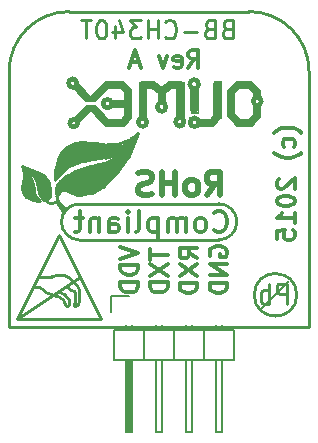
<source format=gbr>
G04 #@! TF.FileFunction,Legend,Bot*
%FSLAX46Y46*%
G04 Gerber Fmt 4.6, Leading zero omitted, Abs format (unit mm)*
G04 Created by KiCad (PCBNEW 0.201504281001+5628~23~ubuntu14.10.1-product) date Wed 29 Apr 2015 14:12:36 EEST*
%MOMM*%
G01*
G04 APERTURE LIST*
%ADD10C,0.100000*%
%ADD11C,0.300000*%
%ADD12C,0.254000*%
%ADD13C,0.150000*%
%ADD14C,0.700000*%
%ADD15C,0.400000*%
%ADD16C,0.500000*%
%ADD17C,0.200000*%
%ADD18C,0.508000*%
%ADD19C,0.350000*%
G04 APERTURE END LIST*
D10*
D11*
X174605000Y-114395787D02*
X174533571Y-114324359D01*
X174319286Y-114181502D01*
X174176429Y-114110073D01*
X173962143Y-114038644D01*
X173605000Y-113967216D01*
X173319286Y-113967216D01*
X172962143Y-114038644D01*
X172747857Y-114110073D01*
X172605000Y-114181502D01*
X172390714Y-114324359D01*
X172319286Y-114395787D01*
X173962143Y-115610073D02*
X174033571Y-115467216D01*
X174033571Y-115181502D01*
X173962143Y-115038644D01*
X173890714Y-114967216D01*
X173747857Y-114895787D01*
X173319286Y-114895787D01*
X173176429Y-114967216D01*
X173105000Y-115038644D01*
X173033571Y-115181502D01*
X173033571Y-115467216D01*
X173105000Y-115610073D01*
X174605000Y-116110073D02*
X174533571Y-116181501D01*
X174319286Y-116324358D01*
X174176429Y-116395787D01*
X173962143Y-116467216D01*
X173605000Y-116538644D01*
X173319286Y-116538644D01*
X172962143Y-116467216D01*
X172747857Y-116395787D01*
X172605000Y-116324358D01*
X172390714Y-116181501D01*
X172319286Y-116110073D01*
X172676429Y-118324358D02*
X172605000Y-118395787D01*
X172533571Y-118538644D01*
X172533571Y-118895787D01*
X172605000Y-119038644D01*
X172676429Y-119110073D01*
X172819286Y-119181501D01*
X172962143Y-119181501D01*
X173176429Y-119110073D01*
X174033571Y-118252930D01*
X174033571Y-119181501D01*
X172533571Y-120110072D02*
X172533571Y-120252929D01*
X172605000Y-120395786D01*
X172676429Y-120467215D01*
X172819286Y-120538644D01*
X173105000Y-120610072D01*
X173462143Y-120610072D01*
X173747857Y-120538644D01*
X173890714Y-120467215D01*
X173962143Y-120395786D01*
X174033571Y-120252929D01*
X174033571Y-120110072D01*
X173962143Y-119967215D01*
X173890714Y-119895786D01*
X173747857Y-119824358D01*
X173462143Y-119752929D01*
X173105000Y-119752929D01*
X172819286Y-119824358D01*
X172676429Y-119895786D01*
X172605000Y-119967215D01*
X172533571Y-120110072D01*
X174033571Y-122038643D02*
X174033571Y-121181500D01*
X174033571Y-121610072D02*
X172533571Y-121610072D01*
X172747857Y-121467215D01*
X172890714Y-121324357D01*
X172962143Y-121181500D01*
X172533571Y-123395786D02*
X172533571Y-122681500D01*
X173247857Y-122610071D01*
X173176429Y-122681500D01*
X173105000Y-122824357D01*
X173105000Y-123181500D01*
X173176429Y-123324357D01*
X173247857Y-123395786D01*
X173390714Y-123467214D01*
X173747857Y-123467214D01*
X173890714Y-123395786D01*
X173962143Y-123324357D01*
X174033571Y-123181500D01*
X174033571Y-122824357D01*
X173962143Y-122681500D01*
X173890714Y-122610071D01*
X165032285Y-108882571D02*
X165532285Y-108168286D01*
X165889428Y-108882571D02*
X165889428Y-107382571D01*
X165318000Y-107382571D01*
X165175142Y-107454000D01*
X165103714Y-107525429D01*
X165032285Y-107668286D01*
X165032285Y-107882571D01*
X165103714Y-108025429D01*
X165175142Y-108096857D01*
X165318000Y-108168286D01*
X165889428Y-108168286D01*
X163818000Y-108811143D02*
X163960857Y-108882571D01*
X164246571Y-108882571D01*
X164389428Y-108811143D01*
X164460857Y-108668286D01*
X164460857Y-108096857D01*
X164389428Y-107954000D01*
X164246571Y-107882571D01*
X163960857Y-107882571D01*
X163818000Y-107954000D01*
X163746571Y-108096857D01*
X163746571Y-108239714D01*
X164460857Y-108382571D01*
X163246571Y-107882571D02*
X162889428Y-108882571D01*
X162532286Y-107882571D01*
X160889429Y-108454000D02*
X160175143Y-108454000D01*
X161032286Y-108882571D02*
X160532286Y-107382571D01*
X160032286Y-108882571D01*
X161776671Y-124281643D02*
X161776671Y-125138786D01*
X163276671Y-124710215D02*
X161776671Y-124710215D01*
X161776671Y-125495929D02*
X163276671Y-126495929D01*
X161776671Y-126495929D02*
X163276671Y-125495929D01*
X163276671Y-127067357D02*
X161776671Y-127067357D01*
X161776671Y-127424500D01*
X161848100Y-127638785D01*
X161990957Y-127781643D01*
X162133814Y-127853071D01*
X162419529Y-127924500D01*
X162633814Y-127924500D01*
X162919529Y-127853071D01*
X163062386Y-127781643D01*
X163205243Y-127638785D01*
X163276671Y-127424500D01*
X163276671Y-127067357D01*
X165791271Y-125047501D02*
X165076986Y-124547501D01*
X165791271Y-124190358D02*
X164291271Y-124190358D01*
X164291271Y-124761786D01*
X164362700Y-124904644D01*
X164434129Y-124976072D01*
X164576986Y-125047501D01*
X164791271Y-125047501D01*
X164934129Y-124976072D01*
X165005557Y-124904644D01*
X165076986Y-124761786D01*
X165076986Y-124190358D01*
X164291271Y-125547501D02*
X165791271Y-126547501D01*
X164291271Y-126547501D02*
X165791271Y-125547501D01*
X165791271Y-127118929D02*
X164291271Y-127118929D01*
X164291271Y-127476072D01*
X164362700Y-127690357D01*
X164505557Y-127833215D01*
X164648414Y-127904643D01*
X164934129Y-127976072D01*
X165148414Y-127976072D01*
X165434129Y-127904643D01*
X165576986Y-127833215D01*
X165719843Y-127690357D01*
X165791271Y-127476072D01*
X165791271Y-127118929D01*
X166902700Y-124841143D02*
X166831271Y-124698286D01*
X166831271Y-124484000D01*
X166902700Y-124269715D01*
X167045557Y-124126857D01*
X167188414Y-124055429D01*
X167474129Y-123984000D01*
X167688414Y-123984000D01*
X167974129Y-124055429D01*
X168116986Y-124126857D01*
X168259843Y-124269715D01*
X168331271Y-124484000D01*
X168331271Y-124626857D01*
X168259843Y-124841143D01*
X168188414Y-124912572D01*
X167688414Y-124912572D01*
X167688414Y-124626857D01*
X168331271Y-125555429D02*
X166831271Y-125555429D01*
X168331271Y-126412572D01*
X166831271Y-126412572D01*
X168331271Y-127126858D02*
X166831271Y-127126858D01*
X166831271Y-127484001D01*
X166902700Y-127698286D01*
X167045557Y-127841144D01*
X167188414Y-127912572D01*
X167474129Y-127984001D01*
X167688414Y-127984001D01*
X167974129Y-127912572D01*
X168116986Y-127841144D01*
X168259843Y-127698286D01*
X168331271Y-127484001D01*
X168331271Y-127126858D01*
X159287471Y-124060200D02*
X160787471Y-124560200D01*
X159287471Y-125060200D01*
X160787471Y-125560200D02*
X159287471Y-125560200D01*
X159287471Y-125917343D01*
X159358900Y-126131628D01*
X159501757Y-126274486D01*
X159644614Y-126345914D01*
X159930329Y-126417343D01*
X160144614Y-126417343D01*
X160430329Y-126345914D01*
X160573186Y-126274486D01*
X160716043Y-126131628D01*
X160787471Y-125917343D01*
X160787471Y-125560200D01*
X160787471Y-127060200D02*
X159287471Y-127060200D01*
X159287471Y-127417343D01*
X159358900Y-127631628D01*
X159501757Y-127774486D01*
X159644614Y-127845914D01*
X159930329Y-127917343D01*
X160144614Y-127917343D01*
X160430329Y-127845914D01*
X160573186Y-127774486D01*
X160716043Y-127631628D01*
X160787471Y-127417343D01*
X160787471Y-127060200D01*
D12*
X175260000Y-111760000D02*
X175260000Y-109220000D01*
X149860000Y-109220000D02*
X149860000Y-111760000D01*
X168299795Y-105618643D02*
X168085709Y-105691214D01*
X168014348Y-105763786D01*
X167942986Y-105908929D01*
X167942986Y-106126643D01*
X168014348Y-106271786D01*
X168085709Y-106344357D01*
X168228433Y-106416929D01*
X168799328Y-106416929D01*
X168799328Y-104892929D01*
X168299795Y-104892929D01*
X168157071Y-104965500D01*
X168085709Y-105038071D01*
X168014348Y-105183214D01*
X168014348Y-105328357D01*
X168085709Y-105473500D01*
X168157071Y-105546071D01*
X168299795Y-105618643D01*
X168799328Y-105618643D01*
X166801195Y-105618643D02*
X166587109Y-105691214D01*
X166515748Y-105763786D01*
X166444386Y-105908929D01*
X166444386Y-106126643D01*
X166515748Y-106271786D01*
X166587109Y-106344357D01*
X166729833Y-106416929D01*
X167300728Y-106416929D01*
X167300728Y-104892929D01*
X166801195Y-104892929D01*
X166658471Y-104965500D01*
X166587109Y-105038071D01*
X166515748Y-105183214D01*
X166515748Y-105328357D01*
X166587109Y-105473500D01*
X166658471Y-105546071D01*
X166801195Y-105618643D01*
X167300728Y-105618643D01*
X165802128Y-105836357D02*
X164660338Y-105836357D01*
X163090376Y-106271786D02*
X163161738Y-106344357D01*
X163375823Y-106416929D01*
X163518547Y-106416929D01*
X163732633Y-106344357D01*
X163875357Y-106199214D01*
X163946718Y-106054071D01*
X164018080Y-105763786D01*
X164018080Y-105546071D01*
X163946718Y-105255786D01*
X163875357Y-105110643D01*
X163732633Y-104965500D01*
X163518547Y-104892929D01*
X163375823Y-104892929D01*
X163161738Y-104965500D01*
X163090376Y-105038071D01*
X162448118Y-106416929D02*
X162448118Y-104892929D01*
X162448118Y-105618643D02*
X161591776Y-105618643D01*
X161591776Y-106416929D02*
X161591776Y-104892929D01*
X161020880Y-104892929D02*
X160093176Y-104892929D01*
X160592709Y-105473500D01*
X160378623Y-105473500D01*
X160235899Y-105546071D01*
X160164537Y-105618643D01*
X160093176Y-105763786D01*
X160093176Y-106126643D01*
X160164537Y-106271786D01*
X160235899Y-106344357D01*
X160378623Y-106416929D01*
X160806795Y-106416929D01*
X160949518Y-106344357D01*
X161020880Y-106271786D01*
X158808661Y-105400929D02*
X158808661Y-106416929D01*
X159165471Y-104820357D02*
X159522280Y-105908929D01*
X158594576Y-105908929D01*
X157738233Y-104892929D02*
X157595509Y-104892929D01*
X157452785Y-104965500D01*
X157381423Y-105038071D01*
X157310061Y-105183214D01*
X157238700Y-105473500D01*
X157238700Y-105836357D01*
X157310061Y-106126643D01*
X157381423Y-106271786D01*
X157452785Y-106344357D01*
X157595509Y-106416929D01*
X157738233Y-106416929D01*
X157880957Y-106344357D01*
X157952319Y-106271786D01*
X158023680Y-106126643D01*
X158095042Y-105836357D01*
X158095042Y-105473500D01*
X158023680Y-105183214D01*
X157952319Y-105038071D01*
X157880957Y-104965500D01*
X157738233Y-104892929D01*
X156810528Y-104892929D02*
X155954185Y-104892929D01*
X156382357Y-106416929D02*
X156382357Y-104892929D01*
X175260000Y-109220000D02*
G75*
G03X170180000Y-104140000I-5080000J0D01*
G01*
X154940000Y-104140000D02*
G75*
G03X149860000Y-109220000I0J-5080000D01*
G01*
X154940000Y-104140000D02*
X170180000Y-104140000D01*
X149860000Y-130810000D02*
X149860000Y-129540000D01*
X175260000Y-130810000D02*
X175260000Y-129540000D01*
X149860000Y-130810000D02*
X175260000Y-130810000D01*
X149860000Y-111760000D02*
X149860000Y-129540000D01*
X175260000Y-129540000D02*
X175260000Y-111760000D01*
D13*
X158470000Y-128240000D02*
X160020000Y-128240000D01*
X158470000Y-129540000D02*
X158470000Y-128240000D01*
X159893000Y-133731000D02*
X159893000Y-139573000D01*
X159893000Y-139573000D02*
X160147000Y-139573000D01*
X160147000Y-139573000D02*
X160147000Y-133731000D01*
X160147000Y-133731000D02*
X160020000Y-133731000D01*
X160020000Y-133731000D02*
X160020000Y-139573000D01*
X159766000Y-131064000D02*
X159766000Y-130683000D01*
X160274000Y-131064000D02*
X160274000Y-130683000D01*
X162306000Y-131064000D02*
X162306000Y-130683000D01*
X162814000Y-131064000D02*
X162814000Y-130683000D01*
X164846000Y-131064000D02*
X164846000Y-130683000D01*
X165354000Y-131064000D02*
X165354000Y-130683000D01*
X167894000Y-131064000D02*
X167894000Y-130683000D01*
X167386000Y-131064000D02*
X167386000Y-130683000D01*
X158750000Y-131064000D02*
X158750000Y-133604000D01*
X161290000Y-131064000D02*
X161290000Y-133604000D01*
X161290000Y-131064000D02*
X163830000Y-131064000D01*
X163830000Y-131064000D02*
X163830000Y-133604000D01*
X162306000Y-133604000D02*
X162306000Y-139700000D01*
X162306000Y-139700000D02*
X162814000Y-139700000D01*
X162814000Y-139700000D02*
X162814000Y-133604000D01*
X163830000Y-133604000D02*
X161290000Y-133604000D01*
X161290000Y-133604000D02*
X158750000Y-133604000D01*
X160274000Y-139700000D02*
X160274000Y-133604000D01*
X159766000Y-139700000D02*
X160274000Y-139700000D01*
X159766000Y-133604000D02*
X159766000Y-139700000D01*
X161290000Y-131064000D02*
X161290000Y-133604000D01*
X158750000Y-131064000D02*
X161290000Y-131064000D01*
X166370000Y-131064000D02*
X166370000Y-133604000D01*
X166370000Y-131064000D02*
X168910000Y-131064000D01*
X168910000Y-131064000D02*
X168910000Y-133604000D01*
X167386000Y-133604000D02*
X167386000Y-139700000D01*
X167386000Y-139700000D02*
X167894000Y-139700000D01*
X167894000Y-139700000D02*
X167894000Y-133604000D01*
X168910000Y-133604000D02*
X166370000Y-133604000D01*
X166370000Y-133604000D02*
X163830000Y-133604000D01*
X165354000Y-139700000D02*
X165354000Y-133604000D01*
X164846000Y-139700000D02*
X165354000Y-139700000D01*
X164846000Y-133604000D02*
X164846000Y-139700000D01*
X166370000Y-131064000D02*
X166370000Y-133604000D01*
X163830000Y-131064000D02*
X166370000Y-131064000D01*
X163830000Y-131064000D02*
X163830000Y-133604000D01*
D10*
X159461200Y-110032800D02*
X158089600Y-110032800D01*
X158089600Y-110032800D02*
X158038800Y-110032800D01*
X158038800Y-110032800D02*
X156781500Y-111277400D01*
X160985200Y-110147100D02*
X160883600Y-110147100D01*
X160832800Y-110083600D02*
X160832800Y-110070900D01*
X160832800Y-110070900D02*
X162128200Y-110070900D01*
X162128200Y-110070900D02*
X162153600Y-110070900D01*
X162153600Y-110070900D02*
X162775900Y-110566200D01*
X160832800Y-113093500D02*
X160832800Y-110083600D01*
X164490400Y-110134400D02*
X164566600Y-110134400D01*
X164642800Y-110070900D02*
X163398200Y-110070900D01*
X163398200Y-110070900D02*
X162814000Y-110553500D01*
X164642800Y-113068100D02*
X164642800Y-110083600D01*
X165379400Y-112661700D02*
X165290500Y-112661700D01*
X165722300Y-112661700D02*
X165785800Y-112661700D01*
X165862000Y-112725200D02*
X165252400Y-112725200D01*
X165252400Y-112725200D02*
X165227000Y-112725200D01*
X165227000Y-112725200D02*
X165227000Y-110705900D01*
X165862000Y-110705900D02*
X165862000Y-112725200D01*
X167360600Y-110096300D02*
X167246300Y-110096300D01*
X167487600Y-110020100D02*
X167182800Y-110020100D01*
X167182800Y-110020100D02*
X167182800Y-113055400D01*
X167665400Y-110109000D02*
X167728900Y-110096300D01*
X167779700Y-110020100D02*
X167792400Y-110020100D01*
X167792400Y-110020100D02*
X167805100Y-110020100D01*
X167805100Y-110020100D02*
X167805100Y-113169700D01*
X167500300Y-110020100D02*
X167779700Y-110020100D01*
D14*
X167500300Y-113093500D02*
X167500300Y-110363000D01*
X161163000Y-110375700D02*
X161163000Y-112979200D01*
X169278300Y-110363000D02*
X170281600Y-110363000D01*
X168656000Y-110972600D02*
X168656000Y-112903000D01*
X170878500Y-111010700D02*
X170878500Y-111252000D01*
X170878500Y-112979200D02*
X170294300Y-113550700D01*
X170865800Y-112991900D02*
X170865800Y-112229900D01*
X170307000Y-113550700D02*
X169265600Y-113550700D01*
D15*
X158538159Y-111937800D02*
G75*
G03X158538159Y-111937800I-359659J0D01*
G01*
D14*
X158686500Y-111937800D02*
X159905700Y-111937800D01*
D15*
X155604235Y-110197900D02*
G75*
G03X155604235Y-110197900I-359435J0D01*
G01*
D14*
X155613100Y-110553500D02*
X156476700Y-111447200D01*
D16*
X157035500Y-111544100D02*
X156476700Y-111544100D01*
D14*
X158153100Y-110363000D02*
X157060900Y-111429800D01*
X159375000Y-110363000D02*
X158153100Y-110363000D01*
X159905700Y-110845600D02*
X159423100Y-110337600D01*
X159905700Y-110871000D02*
X159905700Y-113106200D01*
X159905700Y-113106200D02*
X159473900Y-113538000D01*
X159473900Y-113538000D02*
X158153100Y-113538000D01*
X158153100Y-113538000D02*
X157010100Y-112420400D01*
D16*
X157010100Y-112318800D02*
X156476700Y-112318800D01*
D14*
X155663900Y-113233200D02*
X156502100Y-112420400D01*
D15*
X155663166Y-113588800D02*
G75*
G03X155663166Y-113588800I-329466J0D01*
G01*
X161526229Y-113499900D02*
G75*
G03X161526229Y-113499900I-363229J0D01*
G01*
D14*
X162064700Y-110388400D02*
X161175700Y-110388400D01*
D15*
X163146818Y-112217200D02*
G75*
G03X163146818Y-112217200I-370918J0D01*
G01*
D14*
X162699700Y-110896400D02*
X162064700Y-110388400D01*
X162775900Y-111683800D02*
X162775900Y-110972600D01*
X163487100Y-110388400D02*
X162877500Y-110896400D01*
X164325300Y-110388400D02*
X163487100Y-110388400D01*
X164325300Y-112979200D02*
X164325300Y-110388400D01*
D15*
X164672259Y-113487200D02*
G75*
G03X164672259Y-113487200I-359659J0D01*
G01*
X165905318Y-110286800D02*
G75*
G03X165905318Y-110286800I-373518J0D01*
G01*
D14*
X165544500Y-110820200D02*
X165544500Y-112420400D01*
D15*
X165910824Y-113512600D02*
G75*
G03X165910824Y-113512600I-366324J0D01*
G01*
D14*
X166057300Y-113538000D02*
X167043100Y-113538000D01*
X167043100Y-113538000D02*
X167500300Y-113080800D01*
X168668700Y-112941100D02*
X169227500Y-113525300D01*
X169278300Y-110375700D02*
X168643300Y-110985300D01*
X170878500Y-110959900D02*
X170370500Y-110451900D01*
D15*
X171203247Y-111734600D02*
G75*
G03X171203247Y-111734600I-337447J0D01*
G01*
D17*
X173575980Y-126956820D02*
X171142660Y-129377440D01*
D12*
X174217437Y-128120140D02*
G75*
G03X174217437Y-128120140I-1802237J0D01*
G01*
X154101800Y-123037600D02*
X157657800Y-130149600D01*
X157657800Y-130149600D02*
X150545800Y-130149600D01*
X150545800Y-130149600D02*
X151879300Y-127482600D01*
X151879300Y-127482600D02*
X152323800Y-126593600D01*
X152323800Y-126593600D02*
X154101800Y-123037600D01*
X155879800Y-126657100D02*
X150545800Y-130149600D01*
X153504900Y-126593600D02*
X152323800Y-126593600D01*
X151879300Y-127482600D02*
X152196800Y-127482600D01*
X154863800Y-129070100D02*
X154711400Y-129070100D01*
X155816300Y-127673100D02*
X155816300Y-128752600D01*
X155371800Y-129070100D02*
X155371800Y-128943100D01*
X155435300Y-128879600D02*
X155435300Y-127863600D01*
X155435300Y-128879600D02*
X155498800Y-128879600D01*
X153721521Y-126530278D02*
G75*
G02X155308300Y-127038100I466639J-1274902D01*
G01*
X153720715Y-126531714D02*
G75*
G02X153504900Y-126593600I-182795J230214D01*
G01*
X152196101Y-127483074D02*
G75*
G02X152704800Y-127673100I64199J-604046D01*
G01*
X153527261Y-128119176D02*
G75*
G02X152704800Y-127673100I147819J1253796D01*
G01*
X154039508Y-127864766D02*
G75*
G02X154990800Y-128625600I-285688J-1332334D01*
G01*
X154101715Y-128309565D02*
G75*
G02X154673300Y-129070100I-284395J-808795D01*
G01*
X153662075Y-128182093D02*
G75*
G02X154101800Y-128308100I-825195J-3709947D01*
G01*
X154990767Y-128943200D02*
G75*
G02X154863800Y-129070100I-190467J63600D01*
G01*
X154989868Y-128626274D02*
G75*
G02X154990800Y-128943100I-316568J-159346D01*
G01*
X155433735Y-127865445D02*
G75*
G02X154736800Y-127419100I153965J1007685D01*
G01*
X155624349Y-127355742D02*
G75*
G02X155308300Y-127038100I478971J792622D01*
G01*
X155626848Y-127357175D02*
G75*
G02X155816300Y-127673100I-168688J-315925D01*
G01*
X155816300Y-128752600D02*
G75*
G02X155435300Y-129133600I-381000J0D01*
G01*
X155432871Y-129136145D02*
G75*
G02X155371800Y-129070100I2429J63505D01*
G01*
X155371800Y-128943100D02*
G75*
G02X155435300Y-128879600I63500J0D01*
G01*
X155498800Y-128879600D02*
G75*
G02X155625800Y-129006600I0J-127000D01*
G01*
X155816300Y-120421400D02*
X167627300Y-120421400D01*
X167627300Y-123469400D02*
X155816300Y-123469400D01*
X154960320Y-119438420D02*
X154906980Y-119385080D01*
X154188160Y-119385080D02*
X153911300Y-119659400D01*
X160769300Y-114452400D02*
X159903160Y-116568220D01*
X157919420Y-118955820D02*
X157883860Y-118991380D01*
X156014420Y-119659400D02*
X155498800Y-119659400D01*
X160769300Y-114452400D02*
X159908240Y-115072160D01*
X158191200Y-115409980D02*
X156042360Y-115214400D01*
X153992580Y-116730780D02*
X153845260Y-117330220D01*
X153786840Y-118008400D02*
X153786840Y-118389400D01*
X153888440Y-119613680D02*
X153911300Y-119659400D01*
X154546300Y-120929400D02*
X154360880Y-120743980D01*
X159374840Y-116103400D02*
X159092900Y-116451380D01*
X157065980Y-117203220D02*
X156756100Y-117264180D01*
X154200860Y-118534180D02*
X154030680Y-118722140D01*
X153786840Y-118389400D02*
X153789380Y-118386860D01*
X154846020Y-117314980D02*
X154853640Y-117309900D01*
X156121100Y-116806980D02*
X156639260Y-116733320D01*
X157988000Y-116517420D02*
X159374840Y-116103400D01*
X154546300Y-121056400D02*
X154038300Y-120294400D01*
X153911300Y-119832120D02*
X153911300Y-119786400D01*
X154673300Y-120929400D02*
X154183080Y-120439180D01*
X153911300Y-120167400D02*
X153807160Y-120274080D01*
X153156920Y-120302020D02*
X153022300Y-120167400D01*
X153022300Y-120167400D02*
X153319480Y-119748300D01*
X153202640Y-118546880D02*
X153149300Y-118452900D01*
X152427940Y-117807740D02*
X152006300Y-117627400D01*
X152006300Y-117627400D02*
X150990300Y-117246400D01*
X150990300Y-117246400D02*
X151124920Y-117784880D01*
X151305260Y-119847360D02*
X151328120Y-119870220D01*
X152107900Y-120167400D02*
X152463500Y-120167400D01*
X153009600Y-120167400D02*
X153022300Y-120167400D01*
X151930100Y-118976140D02*
X151955500Y-119367300D01*
X160388300Y-114960400D02*
X159374840Y-115597940D01*
D18*
X159374840Y-115597940D02*
X158229300Y-115597940D01*
X158229300Y-115597940D02*
X157213300Y-115468400D01*
X157213300Y-115468400D02*
X155562300Y-115468400D01*
X155562300Y-115468400D02*
X154927300Y-115849400D01*
X154927300Y-115849400D02*
X154419300Y-116357400D01*
X154419300Y-116357400D02*
X154165300Y-116865400D01*
X154165300Y-116865400D02*
X154038300Y-117881400D01*
X154038300Y-117881400D02*
X154546300Y-117246400D01*
X154546300Y-117246400D02*
X155181300Y-116865400D01*
X155181300Y-116865400D02*
X154927300Y-116357400D01*
X154927300Y-116357400D02*
X154546300Y-116865400D01*
X155308300Y-116865400D02*
X155943300Y-116484400D01*
X155943300Y-116484400D02*
X156451300Y-116484400D01*
X156451300Y-116484400D02*
X156578300Y-116484400D01*
X156578300Y-116484400D02*
X157721300Y-116357400D01*
X157721300Y-116357400D02*
X158991300Y-115976400D01*
X158991300Y-115976400D02*
X159499300Y-115849400D01*
X159499300Y-115849400D02*
X154927300Y-115849400D01*
X154927300Y-115849400D02*
X154927300Y-116103400D01*
X154927300Y-116357400D02*
X154927300Y-116103400D01*
X154927300Y-116103400D02*
X159880300Y-116027200D01*
X154800300Y-116484400D02*
X156451300Y-116484400D01*
X160388300Y-114960400D02*
X159880300Y-115849400D01*
X159880300Y-115849400D02*
X159753300Y-116357400D01*
X159753300Y-116357400D02*
X159374840Y-116865400D01*
X159374840Y-116865400D02*
X159374840Y-116484400D01*
X159374840Y-116484400D02*
X159753300Y-115597940D01*
X159245300Y-116992400D02*
X158864300Y-117500400D01*
X158864300Y-117500400D02*
X158610300Y-117881400D01*
X158610300Y-117881400D02*
X157721300Y-118770400D01*
X157721300Y-118770400D02*
X157213300Y-119151400D01*
X157213300Y-119151400D02*
X156324300Y-119405400D01*
X156324300Y-119405400D02*
X155435300Y-119405400D01*
X155435300Y-119405400D02*
X154673300Y-118897400D01*
X154673300Y-118897400D02*
X154292300Y-119024400D01*
X154292300Y-119024400D02*
X154038300Y-119278400D01*
X154038300Y-119278400D02*
X154292300Y-118770400D01*
X154292300Y-118770400D02*
X154800300Y-118262400D01*
X154800300Y-118262400D02*
X155486100Y-117856000D01*
X155486100Y-117856000D02*
X156883100Y-117373400D01*
X156883100Y-117373400D02*
X157492700Y-117373400D01*
X157492700Y-117373400D02*
X158229300Y-117119400D01*
X158229300Y-117119400D02*
X158991300Y-116738400D01*
X158864300Y-117119400D02*
X158102300Y-117754400D01*
X158102300Y-117754400D02*
X157975300Y-117627400D01*
X157975300Y-117627400D02*
X157848300Y-117627400D01*
X157848300Y-117627400D02*
X156705300Y-117754400D01*
X156705300Y-117754400D02*
X155689300Y-118008400D01*
X155689300Y-118008400D02*
X155054300Y-118516400D01*
X155054300Y-118516400D02*
X154927300Y-118643400D01*
X154927300Y-118643400D02*
X155054300Y-118897400D01*
X155054300Y-118897400D02*
X155308300Y-118897400D01*
X155308300Y-118897400D02*
X155689300Y-119024400D01*
X155689300Y-119024400D02*
X156324300Y-119024400D01*
X156324300Y-119024400D02*
X156705300Y-118897400D01*
X156705300Y-118897400D02*
X157213300Y-118770400D01*
X157213300Y-118770400D02*
X157848300Y-118262400D01*
X157848300Y-118262400D02*
X157975300Y-118135400D01*
X157975300Y-118135400D02*
X157848300Y-118008400D01*
X157848300Y-118008400D02*
X157340300Y-118008400D01*
X157340300Y-118008400D02*
X156324300Y-118262400D01*
X156324300Y-118262400D02*
X156070300Y-118262400D01*
X156070300Y-118262400D02*
X155562300Y-118516400D01*
X155562300Y-118516400D02*
X155562300Y-118643400D01*
X155562300Y-118643400D02*
X155689300Y-118770400D01*
X155689300Y-118770400D02*
X156070300Y-118643400D01*
X156070300Y-118643400D02*
X157340300Y-118389400D01*
D12*
X152720040Y-120042940D02*
X152747980Y-120070880D01*
X152336500Y-118973600D02*
X152336500Y-118965980D01*
X153276300Y-119428260D02*
X153276300Y-119405400D01*
X153276300Y-119405400D02*
X153276300Y-119151400D01*
X153276300Y-119151400D02*
X153149300Y-119151400D01*
X153149300Y-119151400D02*
X153022300Y-119151400D01*
X153022300Y-119151400D02*
X153022300Y-119786400D01*
X153149300Y-119151400D02*
X153149300Y-119278400D01*
X153149300Y-119278400D02*
X153149300Y-119659400D01*
X153149300Y-119659400D02*
X153149300Y-119786400D01*
X153149300Y-119786400D02*
X153149300Y-119913400D01*
X153022300Y-119151400D02*
X152641300Y-119151400D01*
X152641300Y-119151400D02*
X152387300Y-119151400D01*
X152387300Y-119151400D02*
X152895300Y-120040400D01*
X152641300Y-119151400D02*
X152641300Y-119659400D01*
X153149300Y-119278400D02*
X152514300Y-119278400D01*
X153276300Y-119405400D02*
X152514300Y-119405400D01*
X153276300Y-119532400D02*
X152514300Y-119532400D01*
X153149300Y-119659400D02*
X152514300Y-119659400D01*
X153149300Y-119786400D02*
X152641300Y-119786400D01*
X152387300Y-119024400D02*
X153276300Y-119024400D01*
X152387300Y-118897400D02*
X153276300Y-118897400D01*
X152387300Y-118770400D02*
X153149300Y-118770400D01*
X152387300Y-118643400D02*
X153149300Y-118643400D01*
X152260300Y-118516400D02*
X153149300Y-118516400D01*
X152260300Y-118389400D02*
X153022300Y-118389400D01*
X152133300Y-118262400D02*
X152895300Y-118262400D01*
X152133300Y-118135400D02*
X152768300Y-118135400D01*
X152006300Y-118008400D02*
X152514300Y-118008400D01*
X151244300Y-117881400D02*
X151371300Y-117881400D01*
X151371300Y-117881400D02*
X151498300Y-117881400D01*
X151498300Y-117881400D02*
X152387300Y-117881400D01*
X152006300Y-117754400D02*
X151244300Y-117754400D01*
X151752300Y-117627400D02*
X151117300Y-117627400D01*
X151625300Y-117500400D02*
X151117300Y-117500400D01*
X151498300Y-117881400D02*
X151498300Y-118389400D01*
X151371300Y-117881400D02*
X151371300Y-118389400D01*
X151752300Y-118389400D02*
X151244300Y-118389400D01*
X151752300Y-118516400D02*
X151244300Y-118516400D01*
X151879300Y-118643400D02*
X151244300Y-118643400D01*
X151879300Y-118770400D02*
X151117300Y-118770400D01*
X151879300Y-118897400D02*
X151117300Y-118897400D01*
X151879300Y-119024400D02*
X151117300Y-119024400D01*
X151879300Y-119151400D02*
X151117300Y-119151400D01*
X151879300Y-119278400D02*
X151117300Y-119278400D01*
X151879300Y-119405400D02*
X151117300Y-119405400D01*
X151955500Y-119532400D02*
X151117300Y-119532400D01*
X152006300Y-119659400D02*
X151244300Y-119659400D01*
X152006300Y-119786400D02*
X151371300Y-119786400D01*
X152133300Y-119913400D02*
X151498300Y-119913400D01*
X152260300Y-120040400D02*
X151752300Y-120040400D01*
X154292300Y-121945400D02*
G75*
G02X155816300Y-120421400I1524000J0D01*
G01*
X167627300Y-120421400D02*
G75*
G02X169151300Y-121945400I0J-1524000D01*
G01*
X169151300Y-121945400D02*
G75*
G02X167627300Y-123469400I-1524000J0D01*
G01*
X155816300Y-123469400D02*
G75*
G02X154292300Y-121945400I0J1524000D01*
G01*
X155498800Y-119661466D02*
G75*
G02X154960320Y-119438420I0J761526D01*
G01*
X154188160Y-119382540D02*
G75*
G02X154906980Y-119385080I358140J-360680D01*
G01*
X159900764Y-116573847D02*
G75*
G02X157919420Y-118955820I-8344044J4925607D01*
G01*
X157880233Y-118993413D02*
G75*
G02X156014420Y-119659400I-1738813J1924813D01*
G01*
X159906252Y-115069922D02*
G75*
G02X158191200Y-115409980I-1268012J1900222D01*
G01*
X153992036Y-116726985D02*
G75*
G02X156042360Y-115214400I2144304J-760715D01*
G01*
X153785060Y-118007643D02*
G75*
G02X153845260Y-117330220I3049780J70363D01*
G01*
X154358849Y-120744959D02*
G75*
G02X153911300Y-119659400I1086611J1083019D01*
G01*
X159092841Y-116453178D02*
G75*
G02X157065980Y-117203220I-2631381J3997218D01*
G01*
X154201773Y-118533556D02*
G75*
G02X156756100Y-117264180I3654147J-4148444D01*
G01*
X153910455Y-119659469D02*
G75*
G02X154030680Y-118722140I762845J378529D01*
G01*
X153790941Y-118385165D02*
G75*
G02X154846020Y-117314980I3831299J-2722035D01*
G01*
X154857430Y-117307334D02*
G75*
G02X156121100Y-116806980I2134890J-3545866D01*
G01*
X157981679Y-116517586D02*
G75*
G02X156639260Y-116733320I-1812319J6992786D01*
G01*
X154417278Y-121056680D02*
G75*
G02X153911300Y-119832120I1228842J1224560D01*
G01*
X154179558Y-120439110D02*
G75*
G02X153911300Y-119786400I653762J650170D01*
G01*
X153806434Y-120273354D02*
G75*
G02X153449020Y-120421400I-357414J357414D01*
G01*
X153449020Y-120423012D02*
G75*
G02X153156920Y-120302020I0J413092D01*
G01*
X153405174Y-119304301D02*
G75*
G02X153319480Y-119748300I-1195674J501D01*
G01*
X153203094Y-118548721D02*
G75*
G02X153403300Y-119303800I-1323794J-755079D01*
G01*
X152427300Y-117808911D02*
G75*
G02X153149300Y-118452900I-601340J-1400909D01*
G01*
X151125448Y-117787536D02*
G75*
G02X151061420Y-118722140I-1478808J-368184D01*
G01*
X150990583Y-119090887D02*
G75*
G02X151061420Y-118722140I992857J447D01*
G01*
X151304246Y-119848374D02*
G75*
G02X150990300Y-119090440I757934J757934D01*
G01*
X151907797Y-120143853D02*
G75*
G02X151328120Y-119870220I205183J1185493D01*
G01*
X152109227Y-120168703D02*
G75*
G02X151909780Y-120144540I-1327J824263D01*
G01*
X151576095Y-118028466D02*
G75*
G02X151930100Y-119019320I-1408755J-1061974D01*
G01*
X152457640Y-120163013D02*
G75*
G02X151955500Y-119367300I709440J1003993D01*
G01*
X153024088Y-120169191D02*
G75*
G02X152720040Y-120042940I752J431051D01*
G01*
X152746640Y-120070446D02*
G75*
G02X152336500Y-118973600I1118940J1043506D01*
G01*
X151829320Y-117934580D02*
G75*
G02X152336500Y-118965980I-991420J-1127920D01*
G01*
X153275856Y-119429771D02*
G75*
G02X153022300Y-120040400I-865696J1511D01*
G01*
D13*
D12*
X173369788Y-128868868D02*
X173369788Y-127168868D01*
X172798360Y-127168868D01*
X172655502Y-127249820D01*
X172584074Y-127330772D01*
X172512645Y-127492677D01*
X172512645Y-127735534D01*
X172584074Y-127897439D01*
X172655502Y-127978391D01*
X172798360Y-128059344D01*
X173369788Y-128059344D01*
X171869788Y-128868868D02*
X171869788Y-127168868D01*
X171869788Y-127816487D02*
X171726931Y-127735534D01*
X171441217Y-127735534D01*
X171298360Y-127816487D01*
X171226931Y-127897439D01*
X171155502Y-128059344D01*
X171155502Y-128545058D01*
X171226931Y-128706963D01*
X171298360Y-128787915D01*
X171441217Y-128868868D01*
X171726931Y-128868868D01*
X171869788Y-128787915D01*
D16*
X166605934Y-119695482D02*
X167272601Y-118743101D01*
X167748792Y-119695482D02*
X167748792Y-117695482D01*
X166986887Y-117695482D01*
X166796411Y-117790720D01*
X166701172Y-117885958D01*
X166605934Y-118076434D01*
X166605934Y-118362149D01*
X166701172Y-118552625D01*
X166796411Y-118647863D01*
X166986887Y-118743101D01*
X167748792Y-118743101D01*
X165463077Y-119695482D02*
X165653553Y-119600244D01*
X165748792Y-119505006D01*
X165844030Y-119314530D01*
X165844030Y-118743101D01*
X165748792Y-118552625D01*
X165653553Y-118457387D01*
X165463077Y-118362149D01*
X165177363Y-118362149D01*
X164986887Y-118457387D01*
X164891649Y-118552625D01*
X164796411Y-118743101D01*
X164796411Y-119314530D01*
X164891649Y-119505006D01*
X164986887Y-119600244D01*
X165177363Y-119695482D01*
X165463077Y-119695482D01*
X163939268Y-119695482D02*
X163939268Y-117695482D01*
X163939268Y-118647863D02*
X162796410Y-118647863D01*
X162796410Y-119695482D02*
X162796410Y-117695482D01*
X161939268Y-119600244D02*
X161653553Y-119695482D01*
X161177363Y-119695482D01*
X160986887Y-119600244D01*
X160891649Y-119505006D01*
X160796410Y-119314530D01*
X160796410Y-119124053D01*
X160891649Y-118933577D01*
X160986887Y-118838339D01*
X161177363Y-118743101D01*
X161558315Y-118647863D01*
X161748791Y-118552625D01*
X161844030Y-118457387D01*
X161939268Y-118266910D01*
X161939268Y-118076434D01*
X161844030Y-117885958D01*
X161748791Y-117790720D01*
X161558315Y-117695482D01*
X161082125Y-117695482D01*
X160796410Y-117790720D01*
D19*
X167184494Y-122631200D02*
X167269160Y-122715867D01*
X167523160Y-122800533D01*
X167692494Y-122800533D01*
X167946494Y-122715867D01*
X168115827Y-122546533D01*
X168200494Y-122377200D01*
X168285160Y-122038533D01*
X168285160Y-121784533D01*
X168200494Y-121445867D01*
X168115827Y-121276533D01*
X167946494Y-121107200D01*
X167692494Y-121022533D01*
X167523160Y-121022533D01*
X167269160Y-121107200D01*
X167184494Y-121191867D01*
X166168494Y-122800533D02*
X166337827Y-122715867D01*
X166422494Y-122631200D01*
X166507160Y-122461867D01*
X166507160Y-121953867D01*
X166422494Y-121784533D01*
X166337827Y-121699867D01*
X166168494Y-121615200D01*
X165914494Y-121615200D01*
X165745160Y-121699867D01*
X165660494Y-121784533D01*
X165575827Y-121953867D01*
X165575827Y-122461867D01*
X165660494Y-122631200D01*
X165745160Y-122715867D01*
X165914494Y-122800533D01*
X166168494Y-122800533D01*
X164813827Y-122800533D02*
X164813827Y-121615200D01*
X164813827Y-121784533D02*
X164729160Y-121699867D01*
X164559827Y-121615200D01*
X164305827Y-121615200D01*
X164136493Y-121699867D01*
X164051827Y-121869200D01*
X164051827Y-122800533D01*
X164051827Y-121869200D02*
X163967160Y-121699867D01*
X163797827Y-121615200D01*
X163543827Y-121615200D01*
X163374493Y-121699867D01*
X163289827Y-121869200D01*
X163289827Y-122800533D01*
X162443160Y-121615200D02*
X162443160Y-123393200D01*
X162443160Y-121699867D02*
X162273826Y-121615200D01*
X161935160Y-121615200D01*
X161765826Y-121699867D01*
X161681160Y-121784533D01*
X161596493Y-121953867D01*
X161596493Y-122461867D01*
X161681160Y-122631200D01*
X161765826Y-122715867D01*
X161935160Y-122800533D01*
X162273826Y-122800533D01*
X162443160Y-122715867D01*
X160580493Y-122800533D02*
X160749826Y-122715867D01*
X160834493Y-122546533D01*
X160834493Y-121022533D01*
X159903160Y-122800533D02*
X159903160Y-121615200D01*
X159903160Y-121022533D02*
X159987826Y-121107200D01*
X159903160Y-121191867D01*
X159818493Y-121107200D01*
X159903160Y-121022533D01*
X159903160Y-121191867D01*
X158294493Y-122800533D02*
X158294493Y-121869200D01*
X158379159Y-121699867D01*
X158548493Y-121615200D01*
X158887159Y-121615200D01*
X159056493Y-121699867D01*
X158294493Y-122715867D02*
X158463826Y-122800533D01*
X158887159Y-122800533D01*
X159056493Y-122715867D01*
X159141159Y-122546533D01*
X159141159Y-122377200D01*
X159056493Y-122207867D01*
X158887159Y-122123200D01*
X158463826Y-122123200D01*
X158294493Y-122038533D01*
X157447826Y-121615200D02*
X157447826Y-122800533D01*
X157447826Y-121784533D02*
X157363159Y-121699867D01*
X157193826Y-121615200D01*
X156939826Y-121615200D01*
X156770492Y-121699867D01*
X156685826Y-121869200D01*
X156685826Y-122800533D01*
X156093159Y-121615200D02*
X155415825Y-121615200D01*
X155839159Y-121022533D02*
X155839159Y-122546533D01*
X155754492Y-122715867D01*
X155585159Y-122800533D01*
X155415825Y-122800533D01*
M02*

</source>
